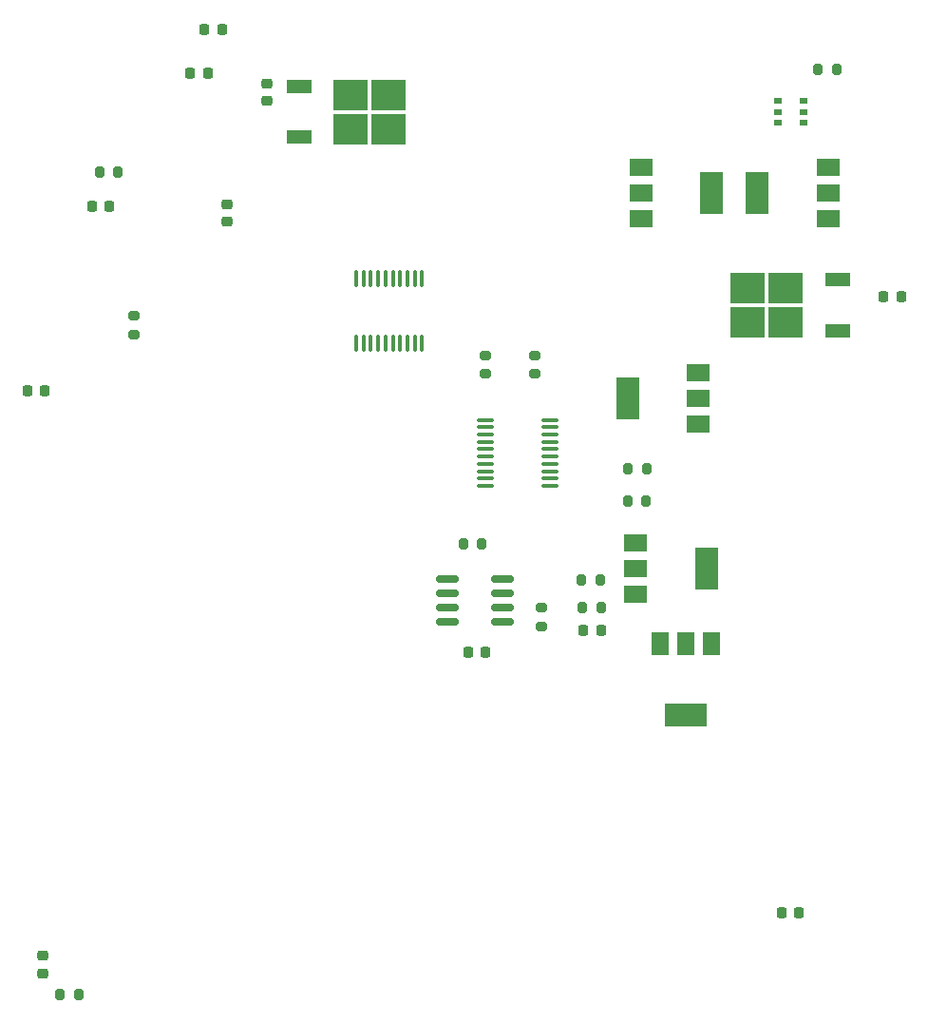
<source format=gbr>
%TF.GenerationSoftware,KiCad,Pcbnew,6.0.11+dfsg-1~bpo11+1*%
%TF.CreationDate,2023-04-24T16:35:23+03:00*%
%TF.ProjectId,usb_display,7573625f-6469-4737-906c-61792e6b6963,rev?*%
%TF.SameCoordinates,Original*%
%TF.FileFunction,Paste,Bot*%
%TF.FilePolarity,Positive*%
%FSLAX46Y46*%
G04 Gerber Fmt 4.6, Leading zero omitted, Abs format (unit mm)*
G04 Created by KiCad (PCBNEW 6.0.11+dfsg-1~bpo11+1) date 2023-04-24 16:35:23*
%MOMM*%
%LPD*%
G01*
G04 APERTURE LIST*
G04 Aperture macros list*
%AMRoundRect*
0 Rectangle with rounded corners*
0 $1 Rounding radius*
0 $2 $3 $4 $5 $6 $7 $8 $9 X,Y pos of 4 corners*
0 Add a 4 corners polygon primitive as box body*
4,1,4,$2,$3,$4,$5,$6,$7,$8,$9,$2,$3,0*
0 Add four circle primitives for the rounded corners*
1,1,$1+$1,$2,$3*
1,1,$1+$1,$4,$5*
1,1,$1+$1,$6,$7*
1,1,$1+$1,$8,$9*
0 Add four rect primitives between the rounded corners*
20,1,$1+$1,$2,$3,$4,$5,0*
20,1,$1+$1,$4,$5,$6,$7,0*
20,1,$1+$1,$6,$7,$8,$9,0*
20,1,$1+$1,$8,$9,$2,$3,0*%
G04 Aperture macros list end*
%ADD10RoundRect,0.200000X0.200000X0.275000X-0.200000X0.275000X-0.200000X-0.275000X0.200000X-0.275000X0*%
%ADD11R,2.000000X1.500000*%
%ADD12R,2.000000X3.800000*%
%ADD13RoundRect,0.200000X-0.275000X0.200000X-0.275000X-0.200000X0.275000X-0.200000X0.275000X0.200000X0*%
%ADD14R,0.700000X0.510000*%
%ADD15R,1.500000X2.000000*%
%ADD16R,3.800000X2.000000*%
%ADD17RoundRect,0.150000X0.825000X0.150000X-0.825000X0.150000X-0.825000X-0.150000X0.825000X-0.150000X0*%
%ADD18RoundRect,0.100000X0.637500X0.100000X-0.637500X0.100000X-0.637500X-0.100000X0.637500X-0.100000X0*%
%ADD19RoundRect,0.200000X-0.200000X-0.275000X0.200000X-0.275000X0.200000X0.275000X-0.200000X0.275000X0*%
%ADD20RoundRect,0.100000X0.100000X-0.637500X0.100000X0.637500X-0.100000X0.637500X-0.100000X-0.637500X0*%
%ADD21RoundRect,0.225000X-0.225000X-0.250000X0.225000X-0.250000X0.225000X0.250000X-0.225000X0.250000X0*%
%ADD22RoundRect,0.225000X0.225000X0.250000X-0.225000X0.250000X-0.225000X-0.250000X0.225000X-0.250000X0*%
%ADD23RoundRect,0.218750X0.218750X0.256250X-0.218750X0.256250X-0.218750X-0.256250X0.218750X-0.256250X0*%
%ADD24RoundRect,0.225000X-0.250000X0.225000X-0.250000X-0.225000X0.250000X-0.225000X0.250000X0.225000X0*%
%ADD25R,3.050000X2.750000*%
%ADD26R,2.200000X1.200000*%
%ADD27RoundRect,0.200000X0.275000X-0.200000X0.275000X0.200000X-0.275000X0.200000X-0.275000X-0.200000X0*%
G04 APERTURE END LIST*
D10*
%TO.C,R18*%
X120795000Y-90820000D03*
X119145000Y-90820000D03*
%TD*%
D11*
%TO.C,Q8*%
X136980000Y-63930000D03*
X136980000Y-66230000D03*
X136980000Y-68530000D03*
D12*
X130680000Y-66230000D03*
%TD*%
D13*
%TO.C,R10*%
X75110000Y-77185000D03*
X75110000Y-78835000D03*
%TD*%
D14*
%TO.C,D5*%
X134790000Y-58060000D03*
X134790000Y-59010000D03*
X134790000Y-59960000D03*
X132470000Y-59960000D03*
X132470000Y-59010000D03*
X132470000Y-58060000D03*
%TD*%
D15*
%TO.C,Q2*%
X121970000Y-106400000D03*
X124270000Y-106400000D03*
X126570000Y-106400000D03*
D16*
X124270000Y-112700000D03*
%TD*%
D17*
%TO.C,U7*%
X107955000Y-100655000D03*
X107955000Y-101925000D03*
X107955000Y-103195000D03*
X107955000Y-104465000D03*
X103005000Y-104465000D03*
X103005000Y-103195000D03*
X103005000Y-101925000D03*
X103005000Y-100655000D03*
%TD*%
D10*
%TO.C,R26*%
X70165000Y-137600000D03*
X68515000Y-137600000D03*
%TD*%
D18*
%TO.C,U5*%
X112192500Y-86465000D03*
X112192500Y-87115000D03*
X112192500Y-87765000D03*
X112192500Y-88415000D03*
X112192500Y-89065000D03*
X112192500Y-89715000D03*
X112192500Y-90365000D03*
X112192500Y-91015000D03*
X112192500Y-91665000D03*
X112192500Y-92315000D03*
X106467500Y-92315000D03*
X106467500Y-91665000D03*
X106467500Y-91015000D03*
X106467500Y-90365000D03*
X106467500Y-89715000D03*
X106467500Y-89065000D03*
X106467500Y-88415000D03*
X106467500Y-87765000D03*
X106467500Y-87115000D03*
X106467500Y-86465000D03*
%TD*%
D19*
%TO.C,R9*%
X72015000Y-64410000D03*
X73665000Y-64410000D03*
%TD*%
D11*
%TO.C,Q7*%
X125400000Y-82220000D03*
X125400000Y-84520000D03*
X125400000Y-86820000D03*
D12*
X119100000Y-84520000D03*
%TD*%
D10*
%TO.C,R20*%
X116735000Y-103180000D03*
X115085000Y-103180000D03*
%TD*%
D11*
%TO.C,Q3*%
X119840000Y-101980000D03*
X119840000Y-99680000D03*
X119840000Y-97380000D03*
D12*
X126140000Y-99680000D03*
%TD*%
D20*
%TO.C,U6*%
X100775000Y-79602500D03*
X100125000Y-79602500D03*
X99475000Y-79602500D03*
X98825000Y-79602500D03*
X98175000Y-79602500D03*
X97525000Y-79602500D03*
X96875000Y-79602500D03*
X96225000Y-79602500D03*
X95575000Y-79602500D03*
X94925000Y-79602500D03*
X94925000Y-73877500D03*
X95575000Y-73877500D03*
X96225000Y-73877500D03*
X96875000Y-73877500D03*
X97525000Y-73877500D03*
X98175000Y-73877500D03*
X98825000Y-73877500D03*
X99475000Y-73877500D03*
X100125000Y-73877500D03*
X100775000Y-73877500D03*
%TD*%
D21*
%TO.C,C7*%
X132835000Y-130350000D03*
X134385000Y-130350000D03*
%TD*%
D22*
%TO.C,C8*%
X67135000Y-83840000D03*
X65585000Y-83840000D03*
%TD*%
D21*
%TO.C,C6*%
X71335000Y-67400000D03*
X72885000Y-67400000D03*
%TD*%
D23*
%TO.C,F1*%
X143487500Y-75440000D03*
X141912500Y-75440000D03*
%TD*%
D21*
%TO.C,C17*%
X115175000Y-105200000D03*
X116725000Y-105200000D03*
%TD*%
D10*
%TO.C,R14*%
X137715000Y-55210000D03*
X136065000Y-55210000D03*
%TD*%
D24*
%TO.C,C21*%
X86920000Y-56495000D03*
X86920000Y-58045000D03*
%TD*%
D21*
%TO.C,C10*%
X81405000Y-51710000D03*
X82955000Y-51710000D03*
%TD*%
D10*
%TO.C,R19*%
X120775000Y-93670000D03*
X119125000Y-93670000D03*
%TD*%
D22*
%TO.C,C19*%
X106435000Y-107100000D03*
X104885000Y-107100000D03*
%TD*%
D25*
%TO.C,U8*%
X97795000Y-57485000D03*
X94445000Y-57485000D03*
X97795000Y-60535000D03*
X94445000Y-60535000D03*
D26*
X89820000Y-61290000D03*
X89820000Y-56730000D03*
%TD*%
D11*
%TO.C,Q9*%
X120310000Y-68530000D03*
X120310000Y-66230000D03*
X120310000Y-63930000D03*
D12*
X126610000Y-66230000D03*
%TD*%
D13*
%TO.C,R22*%
X111430000Y-103185000D03*
X111430000Y-104835000D03*
%TD*%
D24*
%TO.C,C25*%
X67000000Y-134175000D03*
X67000000Y-135725000D03*
%TD*%
D10*
%TO.C,R21*%
X116645000Y-100710000D03*
X114995000Y-100710000D03*
%TD*%
D25*
%TO.C,Q1*%
X129825000Y-74695000D03*
X133175000Y-74695000D03*
X133175000Y-77745000D03*
X129825000Y-77745000D03*
D26*
X137800000Y-73940000D03*
X137800000Y-78500000D03*
%TD*%
D27*
%TO.C,R24*%
X110860000Y-82375000D03*
X110860000Y-80725000D03*
%TD*%
D10*
%TO.C,R23*%
X106095000Y-97490000D03*
X104445000Y-97490000D03*
%TD*%
D21*
%TO.C,C9*%
X80135000Y-55560000D03*
X81685000Y-55560000D03*
%TD*%
D24*
%TO.C,C5*%
X83400000Y-67265000D03*
X83400000Y-68815000D03*
%TD*%
D27*
%TO.C,R25*%
X106470000Y-82355000D03*
X106470000Y-80705000D03*
%TD*%
M02*

</source>
